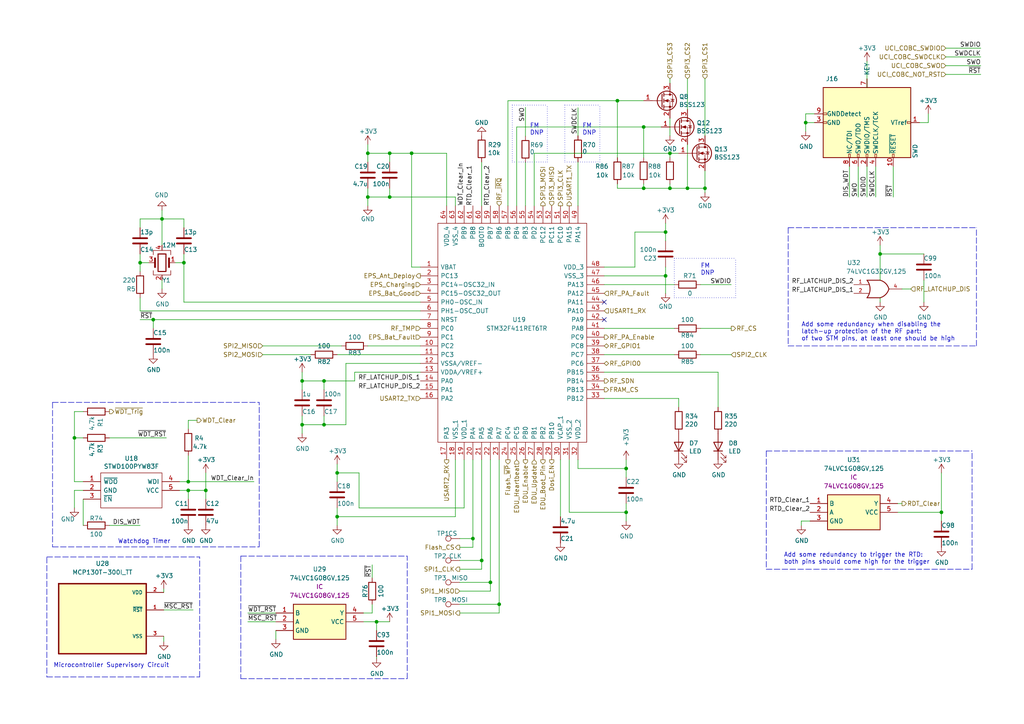
<source format=kicad_sch>
(kicad_sch (version 20211123) (generator eeschema)
  (paper "A4")
  (junction (at 273.05 148.59))
  (junction (at 181.61 135.89))
  (junction (at 137.16 156.21))
  (junction (at 97.79 149.86))
  (junction (at 194.31 44.45))
  (junction (at 54.61 139.7))
  (junction (at 40.64 76.2))
  (junction (at 21.59 127))
  (junction (at 204.47 54.61))
  (junction (at 113.03 57.15))
  (junction (at 186.69 36.83))
  (junction (at 106.68 57.15))
  (junction (at 199.39 54.61))
  (junction (at 181.61 148.59))
  (junction (at 87.63 110.49))
  (junction (at 44.45 92.71))
  (junction (at 255.27 73.66))
  (junction (at 54.61 142.24))
  (junction (at 233.68 35.56))
  (junction (at 93.98 110.49))
  (junction (at 87.63 123.19))
  (junction (at 193.04 67.31))
  (junction (at 194.31 54.61))
  (junction (at 142.24 168.91))
  (junction (at 179.07 29.21))
  (junction (at 109.22 180.34))
  (junction (at 139.7 162.56))
  (junction (at 186.69 54.61))
  (junction (at 53.34 76.2))
  (junction (at 106.68 44.45))
  (junction (at 119.38 44.45))
  (junction (at 59.69 142.24))
  (junction (at 97.79 137.16))
  (junction (at 46.99 63.5))
  (junction (at 113.03 44.45))
  (junction (at 193.04 80.01))
  (junction (at 93.98 123.19))
  (junction (at 144.78 175.26))
  (no_connect (at 175.26 92.71))
  (no_connect (at 175.26 87.63))
  (wire (pts (xy 53.34 63.5) (xy 46.99 63.5)))
  (wire (pts (xy 21.59 127) (xy 24.13 127)))
  (polyline (pts (xy 148.59 30.48) (xy 148.59 46.99)) (stroke (width 0) (type dot)))
  (wire (pts (xy 194.31 34.29) (xy 194.31 39.37)))
  (wire (pts (xy 203.2 82.55) (xy 212.09 82.55)))
  (wire (pts (xy 24.13 144.78) (xy 24.13 152.4)))
  (wire (pts (xy 71.882 177.8) (xy 80.01 177.8)))
  (wire (pts (xy 154.94 59.69) (xy 154.94 44.45)))
  (wire (pts (xy 24.13 142.24) (xy 21.59 142.24)))
  (polyline (pts (xy 13.589 161.544) (xy 57.912 161.544)))
  (wire (pts (xy 121.92 107.95) (xy 102.87 107.95)))
  (wire (pts (xy 203.2 102.87) (xy 212.09 102.87)))
  (wire (pts (xy 106.68 44.45) (xy 113.03 44.45)))
  (wire (pts (xy 133.35 175.26) (xy 144.78 175.26)))
  (wire (pts (xy 133.35 158.75) (xy 137.16 158.75)))
  (wire (pts (xy 109.22 180.34) (xy 113.03 180.34)))
  (wire (pts (xy 40.64 92.71) (xy 44.45 92.71)))
  (wire (pts (xy 21.59 142.24) (xy 21.59 147.32)))
  (wire (pts (xy 260.35 146.05) (xy 261.62 146.05)))
  (wire (pts (xy 165.1 148.59) (xy 181.61 148.59)))
  (wire (pts (xy 175.26 77.47) (xy 184.15 77.47)))
  (wire (pts (xy 109.22 182.88) (xy 109.22 180.34)))
  (wire (pts (xy 246.38 48.26) (xy 246.38 57.15)))
  (wire (pts (xy 59.69 137.16) (xy 59.69 142.24)))
  (wire (pts (xy 154.94 44.45) (xy 194.31 44.45)))
  (wire (pts (xy 248.92 57.15) (xy 248.92 48.26)))
  (wire (pts (xy 106.68 46.99) (xy 106.68 44.45)))
  (wire (pts (xy 87.63 123.19) (xy 87.63 125.73)))
  (wire (pts (xy 152.4 47.117) (xy 152.4 59.69)))
  (wire (pts (xy 71.882 180.34) (xy 80.01 180.34)))
  (wire (pts (xy 97.79 147.32) (xy 97.79 149.86)))
  (wire (pts (xy 259.08 57.15) (xy 259.08 48.26)))
  (wire (pts (xy 274.32 21.59) (xy 284.48 21.59)))
  (wire (pts (xy 233.68 35.56) (xy 236.22 35.56)))
  (wire (pts (xy 46.99 63.5) (xy 40.64 63.5)))
  (polyline (pts (xy 283.21 100.33) (xy 283.21 66.04)))
  (wire (pts (xy 194.31 22.86) (xy 194.31 24.13)))
  (wire (pts (xy 113.03 44.45) (xy 113.03 46.99)))
  (wire (pts (xy 43.18 76.2) (xy 40.64 76.2)))
  (polyline (pts (xy 163.83 30.48) (xy 163.83 46.99)) (stroke (width 0) (type dot)))
  (wire (pts (xy 134.62 133.35) (xy 134.62 147.32)))
  (wire (pts (xy 53.34 87.63) (xy 53.34 76.2)))
  (wire (pts (xy 106.68 100.33) (xy 121.92 100.33)))
  (wire (pts (xy 181.61 146.05) (xy 181.61 148.59)))
  (wire (pts (xy 175.26 80.01) (xy 193.04 80.01)))
  (wire (pts (xy 273.05 151.13) (xy 273.05 148.59)))
  (wire (pts (xy 119.38 44.45) (xy 119.38 77.47)))
  (wire (pts (xy 142.24 168.91) (xy 142.24 133.35)))
  (polyline (pts (xy 118.11 196.85) (xy 118.11 161.29)))
  (wire (pts (xy 97.79 134.62) (xy 97.79 137.16)))
  (wire (pts (xy 232.41 151.13) (xy 234.95 151.13)))
  (wire (pts (xy 139.7 165.1) (xy 133.35 165.1)))
  (polyline (pts (xy 195.58 86.36) (xy 213.36 86.36)) (stroke (width 0) (type dot)))
  (wire (pts (xy 199.39 41.91) (xy 199.39 54.61)))
  (wire (pts (xy 107.95 177.8) (xy 107.95 175.26)))
  (wire (pts (xy 129.54 59.69) (xy 129.54 44.45)))
  (wire (pts (xy 54.61 142.24) (xy 54.61 144.78)))
  (wire (pts (xy 54.61 139.7) (xy 73.66 139.7)))
  (polyline (pts (xy 173.99 46.99) (xy 173.99 30.48)) (stroke (width 0) (type dot)))
  (wire (pts (xy 167.64 31.242) (xy 167.64 39.37)))
  (wire (pts (xy 97.79 149.86) (xy 132.08 149.86)))
  (wire (pts (xy 193.04 80.01) (xy 193.04 85.09)))
  (wire (pts (xy 21.59 139.7) (xy 21.59 127)))
  (wire (pts (xy 44.45 92.71) (xy 121.92 92.71)))
  (wire (pts (xy 274.32 19.05) (xy 284.48 19.05)))
  (polyline (pts (xy 213.36 86.36) (xy 213.36 74.93)) (stroke (width 0) (type dot)))
  (wire (pts (xy 133.35 162.56) (xy 139.7 162.56)))
  (wire (pts (xy 274.32 13.97) (xy 284.48 13.97)))
  (wire (pts (xy 260.35 148.59) (xy 273.05 148.59)))
  (wire (pts (xy 87.63 107.95) (xy 87.63 110.49)))
  (wire (pts (xy 52.07 139.7) (xy 54.61 139.7)))
  (wire (pts (xy 179.07 29.21) (xy 179.07 45.72)))
  (polyline (pts (xy 163.83 30.48) (xy 173.99 30.48)) (stroke (width 0) (type dot)))
  (wire (pts (xy 232.41 152.4) (xy 232.41 151.13)))
  (wire (pts (xy 167.64 135.89) (xy 181.61 135.89)))
  (wire (pts (xy 46.99 63.5) (xy 46.99 71.12)))
  (wire (pts (xy 106.68 57.15) (xy 106.68 59.69)))
  (wire (pts (xy 255.27 71.12) (xy 255.27 73.66)))
  (wire (pts (xy 199.39 54.61) (xy 204.47 54.61)))
  (polyline (pts (xy 57.912 196.342) (xy 57.912 161.544)))
  (wire (pts (xy 273.05 148.59) (xy 273.05 137.16)))
  (wire (pts (xy 129.54 44.45) (xy 119.38 44.45)))
  (wire (pts (xy 179.07 53.34) (xy 179.07 54.61)))
  (wire (pts (xy 269.24 35.56) (xy 269.24 33.02)))
  (wire (pts (xy 106.68 57.15) (xy 106.68 54.61)))
  (wire (pts (xy 93.98 120.65) (xy 93.98 123.19)))
  (wire (pts (xy 194.31 54.61) (xy 199.39 54.61)))
  (wire (pts (xy 204.47 49.53) (xy 204.47 54.61)))
  (wire (pts (xy 100.33 105.41) (xy 100.33 123.19)))
  (wire (pts (xy 31.75 152.4) (xy 40.64 152.4)))
  (wire (pts (xy 132.08 57.15) (xy 113.03 57.15)))
  (wire (pts (xy 137.16 133.35) (xy 137.16 156.21)))
  (polyline (pts (xy 13.589 196.342) (xy 57.912 196.342)))
  (wire (pts (xy 54.61 142.24) (xy 52.07 142.24)))
  (wire (pts (xy 40.64 90.17) (xy 121.92 90.17)))
  (wire (pts (xy 236.22 33.02) (xy 233.68 33.02)))
  (polyline (pts (xy 281.94 165.1) (xy 281.94 130.81)))
  (wire (pts (xy 133.35 168.91) (xy 142.24 168.91)))
  (wire (pts (xy 87.63 113.03) (xy 87.63 110.49)))
  (wire (pts (xy 87.63 123.19) (xy 93.98 123.19)))
  (wire (pts (xy 208.28 107.95) (xy 175.26 107.95)))
  (wire (pts (xy 204.47 54.61) (xy 204.47 55.88)))
  (wire (pts (xy 105.41 177.8) (xy 107.95 177.8)))
  (polyline (pts (xy 15.24 116.713) (xy 15.24 158.623)))
  (wire (pts (xy 193.04 77.47) (xy 193.04 80.01)))
  (wire (pts (xy 44.45 92.71) (xy 44.45 95.25)))
  (wire (pts (xy 119.38 44.45) (xy 113.03 44.45)))
  (wire (pts (xy 139.7 59.69) (xy 139.7 46.99)))
  (wire (pts (xy 175.26 95.25) (xy 195.58 95.25)))
  (wire (pts (xy 102.87 110.49) (xy 93.98 110.49)))
  (polyline (pts (xy 13.589 161.671) (xy 13.589 196.342)))
  (wire (pts (xy 24.13 119.38) (xy 21.59 119.38)))
  (wire (pts (xy 87.63 110.49) (xy 93.98 110.49)))
  (polyline (pts (xy 163.83 46.99) (xy 173.99 46.99)) (stroke (width 0) (type dot)))
  (wire (pts (xy 137.16 156.21) (xy 137.16 158.75)))
  (wire (pts (xy 50.8 76.2) (xy 53.34 76.2)))
  (wire (pts (xy 40.64 76.2) (xy 40.64 73.66)))
  (wire (pts (xy 76.2 100.33) (xy 99.06 100.33)))
  (wire (pts (xy 186.69 36.83) (xy 186.69 45.72)))
  (wire (pts (xy 186.69 53.34) (xy 186.69 54.61)))
  (wire (pts (xy 255.27 73.66) (xy 267.97 73.66)))
  (wire (pts (xy 149.86 36.83) (xy 186.69 36.83)))
  (wire (pts (xy 167.64 46.99) (xy 167.64 59.69)))
  (wire (pts (xy 179.07 54.61) (xy 186.69 54.61)))
  (wire (pts (xy 97.79 149.86) (xy 97.79 152.4)))
  (wire (pts (xy 203.2 95.25) (xy 212.09 95.25)))
  (wire (pts (xy 121.92 105.41) (xy 100.33 105.41)))
  (wire (pts (xy 147.32 29.21) (xy 179.07 29.21)))
  (wire (pts (xy 233.68 33.02) (xy 233.68 35.56)))
  (polyline (pts (xy 75.184 158.623) (xy 75.184 116.713)))
  (wire (pts (xy 59.69 144.78) (xy 59.69 142.24)))
  (wire (pts (xy 255.27 86.36) (xy 255.27 87.63)))
  (wire (pts (xy 53.34 66.04) (xy 53.34 63.5)))
  (wire (pts (xy 76.2 102.87) (xy 90.17 102.87)))
  (wire (pts (xy 132.08 133.35) (xy 132.08 149.86)))
  (wire (pts (xy 181.61 148.59) (xy 181.61 151.13)))
  (wire (pts (xy 194.31 44.45) (xy 194.31 45.72)))
  (wire (pts (xy 162.56 149.86) (xy 162.56 133.35)))
  (wire (pts (xy 208.28 118.11) (xy 208.28 107.95)))
  (wire (pts (xy 53.34 87.63) (xy 121.92 87.63)))
  (wire (pts (xy 97.79 137.16) (xy 97.79 139.7)))
  (wire (pts (xy 254 57.15) (xy 254 48.26)))
  (wire (pts (xy 255.27 73.66) (xy 255.27 81.28)))
  (polyline (pts (xy 222.25 130.81) (xy 281.94 130.81)))
  (wire (pts (xy 204.47 22.86) (xy 204.47 39.37)))
  (polyline (pts (xy 148.59 30.48) (xy 158.75 30.48)) (stroke (width 0) (type dot)))
  (wire (pts (xy 46.99 81.28) (xy 46.99 83.82)))
  (polyline (pts (xy 222.25 165.1) (xy 281.94 165.1)))
  (wire (pts (xy 165.1 133.35) (xy 165.1 148.59)))
  (wire (pts (xy 233.68 38.1) (xy 233.68 35.56)))
  (wire (pts (xy 113.03 54.61) (xy 113.03 57.15)))
  (wire (pts (xy 149.86 59.69) (xy 149.86 36.83)))
  (polyline (pts (xy 15.24 158.623) (xy 75.184 158.623)))
  (polyline (pts (xy 195.58 74.93) (xy 213.36 74.93)) (stroke (width 0) (type dot)))
  (polyline (pts (xy 228.6 66.04) (xy 228.6 100.33)))
  (wire (pts (xy 147.32 59.69) (xy 147.32 29.21)))
  (wire (pts (xy 100.33 123.19) (xy 93.98 123.19)))
  (wire (pts (xy 113.03 57.15) (xy 106.68 57.15)))
  (wire (pts (xy 186.69 54.61) (xy 194.31 54.61)))
  (polyline (pts (xy 69.85 161.29) (xy 69.85 196.85)))
  (wire (pts (xy 193.04 67.31) (xy 193.04 69.85)))
  (wire (pts (xy 194.31 53.34) (xy 194.31 54.61)))
  (wire (pts (xy 251.46 57.15) (xy 251.46 48.26)))
  (wire (pts (xy 267.97 81.28) (xy 267.97 87.63)))
  (wire (pts (xy 40.64 90.17) (xy 40.64 86.36)))
  (wire (pts (xy 121.92 77.47) (xy 119.38 77.47)))
  (wire (pts (xy 87.63 120.65) (xy 87.63 123.19)))
  (wire (pts (xy 167.64 133.35) (xy 167.64 135.89)))
  (wire (pts (xy 261.62 83.82) (xy 264.16 83.82)))
  (wire (pts (xy 40.64 76.2) (xy 40.64 78.74)))
  (polyline (pts (xy 228.6 100.33) (xy 283.21 100.33)))
  (wire (pts (xy 102.87 107.95) (xy 102.87 110.49)))
  (wire (pts (xy 40.64 63.5) (xy 40.64 66.04)))
  (wire (pts (xy 186.69 36.83) (xy 191.77 36.83)))
  (wire (pts (xy 184.15 67.31) (xy 193.04 67.31)))
  (wire (pts (xy 54.61 121.92) (xy 54.61 124.46)))
  (wire (pts (xy 105.41 180.34) (xy 109.22 180.34)))
  (wire (pts (xy 21.59 119.38) (xy 21.59 127)))
  (polyline (pts (xy 69.85 161.29) (xy 118.11 161.29)))
  (wire (pts (xy 47.498 170.815) (xy 47.498 171.831)))
  (wire (pts (xy 31.75 127) (xy 48.26 127)))
  (polyline (pts (xy 158.75 46.99) (xy 158.75 30.48)) (stroke (width 0) (type dot)))
  (wire (pts (xy 133.35 177.8) (xy 144.78 177.8)))
  (wire (pts (xy 133.35 171.45) (xy 142.24 171.45)))
  (wire (pts (xy 184.15 77.47) (xy 184.15 67.31)))
  (wire (pts (xy 266.7 35.56) (xy 269.24 35.56)))
  (wire (pts (xy 196.85 118.11) (xy 196.85 115.57)))
  (wire (pts (xy 104.14 147.32) (xy 104.14 137.16)))
  (polyline (pts (xy 148.59 46.99) (xy 158.75 46.99)) (stroke (width 0) (type dot)))
  (polyline (pts (xy 195.58 74.93) (xy 195.58 86.36)) (stroke (width 0) (type dot)))
  (wire (pts (xy 47.498 184.531) (xy 47.498 186.055)))
  (wire (pts (xy 106.68 41.91) (xy 106.68 44.45)))
  (wire (pts (xy 132.08 59.69) (xy 132.08 57.15)))
  (wire (pts (xy 47.498 176.911) (xy 56.007 176.911)))
  (wire (pts (xy 175.26 102.87) (xy 195.58 102.87)))
  (wire (pts (xy 54.61 121.92) (xy 57.15 121.92)))
  (wire (pts (xy 181.61 135.89) (xy 181.61 138.43)))
  (wire (pts (xy 59.69 142.24) (xy 54.61 142.24)))
  (wire (pts (xy 144.78 175.26) (xy 144.78 133.35)))
  (polyline (pts (xy 228.6 66.04) (xy 283.21 66.04)))
  (wire (pts (xy 133.35 156.21) (xy 137.16 156.21)))
  (wire (pts (xy 97.79 102.87) (xy 121.92 102.87)))
  (wire (pts (xy 139.7 133.35) (xy 139.7 162.56)))
  (wire (pts (xy 274.32 16.51) (xy 284.48 16.51)))
  (wire (pts (xy 46.99 60.96) (xy 46.99 63.5)))
  (wire (pts (xy 175.26 82.55) (xy 195.58 82.55)))
  (wire (pts (xy 144.78 177.8) (xy 144.78 175.26)))
  (wire (pts (xy 193.04 64.77) (xy 193.04 67.31)))
  (wire (pts (xy 196.85 115.57) (xy 175.26 115.57)))
  (wire (pts (xy 21.59 139.7) (xy 24.13 139.7)))
  (wire (pts (xy 179.07 29.21) (xy 186.69 29.21)))
  (wire (pts (xy 109.22 190.5) (xy 109.22 191.008)))
  (polyline (pts (xy 69.85 196.85) (xy 118.11 196.85)))
  (wire (pts (xy 93.98 110.49) (xy 93.98 113.03)))
  (wire (pts (xy 199.39 22.86) (xy 199.39 31.75)))
  (wire (pts (xy 80.01 182.88) (xy 80.01 185.42)))
  (polyline (pts (xy 222.25 130.81) (xy 222.25 165.1)))
  (wire (pts (xy 107.95 163.83) (xy 107.95 167.64)))
  (wire (pts (xy 104.14 137.16) (xy 97.79 137.16)))
  (wire (pts (xy 251.46 17.78) (xy 251.46 25.4)))
  (wire (pts (xy 152.4 31.115) (xy 152.4 39.497)))
  (polyline (pts (xy 15.24 116.713) (xy 75.184 116.713)))
  (wire (pts (xy 139.7 162.56) (xy 139.7 165.1)))
  (wire (pts (xy 53.34 76.2) (xy 53.34 73.66)))
  (wire (pts (xy 181.61 133.35) (xy 181.61 135.89)))
  (wire (pts (xy 134.62 147.32) (xy 104.14 147.32)))
  (wire (pts (xy 54.61 132.08) (xy 54.61 139.7)))
  (wire (pts (xy 194.31 44.45) (xy 196.85 44.45)))
  (wire (pts (xy 142.24 171.45) (xy 142.24 168.91)))
  (text "Add some redundancy to trigger the RTD:\nboth pins should come high for the trigger" (at 227.33 163.83 0) (effects (font (size 1.27 1.27)) (justify left bottom)))
  (text "Microcontroller Supervisory Circuit" (at 15.494 193.802 0) (effects (font (size 1.27 1.27)) (justify left bottom)))
  (text "FM\nDNP\n" (at 168.91 39.37 0) (effects (font (size 1.27 1.27)) (justify left bottom)))
  (text "Add some redundancy when disabling the\nlatch-up protection of the RF part:\nof two STM pins, at least one should be high" (at 232.41 99.06 0) (effects (font (size 1.27 1.27)) (justify left bottom)))
  (text "Watchdog Timer" (at 34.163 157.861 0) (effects (font (size 1.27 1.27)) (justify left bottom)))
  (text "FM\nDNP\n" (at 153.67 39.37 0) (effects (font (size 1.27 1.27)) (justify left bottom)))
  (text "FM\nDNP\n" (at 203.2 80.01 0) (effects (font (size 1.27 1.27)) (justify left bottom)))
  (label "~{MSC_RST}" (at 71.882 180.34 0))
  (label "SWO" (at 284.48 19.05 180))
  (label "SWDCLK" (at 167.64 31.242 270))
  (label "SWDCLK" (at 254 57.15 90))
  (label "~{RST}" (at 259.08 57.15 90))
  (label "SWO" (at 152.4 31.115 270))
  (label "SWDIO" (at 284.48 13.97 180))
  (label "RTD_Clear_2" (at 142.24 59.69 90))
  (label "SWDIO" (at 251.46 57.15 90))
  (label "WDT_Clear_In" (at 73.66 139.7 180))
  (label "SWDCLK" (at 284.48 16.51 180))
  (label "RF_LATCHUP_DIS_2" (at 121.92 113.03 180))
  (label "~{RST}" (at 284.48 21.59 180))
  (label "~{WDT_RST}" (at 71.882 177.8 0))
  (label "RF_LATCHUP_DIS_1" (at 121.92 110.49 180))
  (label "DIS_WDT" (at 246.38 57.15 90))
  (label "~{MSC_RST}" (at 56.007 176.911 180))
  (label "DIS_WDT" (at 40.64 152.4 180))
  (label "SWDIO" (at 212.09 82.55 180))
  (label "~{WDT_RST}" (at 48.26 127 180))
  (label "~{RST}" (at 40.64 92.71 0))
  (label "SWO" (at 248.92 57.15 90))
  (label "RTD_Clear_1" (at 234.95 146.05 180))
  (label "WDT_Clear_In" (at 134.62 59.69 90))
  (label "~{RST}" (at 107.95 163.83 270))
  (label "RF_LATCHUP_DIS_1" (at 247.65 85.09 180))
  (label "RTD_Clear_2" (at 234.95 148.59 180))
  (label "RF_LATCHUP_DIS_2" (at 247.65 82.55 180))
  (label "RTD_Clear_1" (at 137.16 59.69 90))
  (hierarchical_label "~{WDT_Trig}" (shape output) (at 31.75 119.38 0))
  (hierarchical_label "EDU_Boot_Pin" (shape output) (at 157.48 133.35 270))
  (hierarchical_label "EPS_Bat_Good" (shape input) (at 121.92 85.09 180))
  (hierarchical_label "FRAM_CS" (shape output) (at 175.26 113.03 0))
  (hierarchical_label "EPS_Charging" (shape input) (at 121.92 82.55 180))
  (hierarchical_label "RF_PA_Enable" (shape output) (at 175.26 97.79 0))
  (hierarchical_label "EDU_Enable" (shape output) (at 152.4 133.35 270))
  (hierarchical_label "SPI3_CLK" (shape output) (at 162.56 59.69 90))
  (hierarchical_label "SPI3_MISO" (shape input) (at 160.02 59.69 90))
  (hierarchical_label "SPI2_MISO" (shape input) (at 76.2 100.33 180))
  (hierarchical_label "RF_SDN" (shape output) (at 175.26 110.49 0))
  (hierarchical_label "RF_GPIO0" (shape bidirectional) (at 175.26 105.41 0))
  (hierarchical_label "USART1_TX" (shape output) (at 165.1 59.69 90))
  (hierarchical_label "RF_TMP" (shape input) (at 121.92 95.25 180))
  (hierarchical_label "Flash_CS" (shape output) (at 133.35 158.75 180))
  (hierarchical_label "RF_LATCHUP_DIS" (shape input) (at 264.16 83.82 0))
  (hierarchical_label "SPI2_MOSI" (shape input) (at 76.2 102.87 180))
  (hierarchical_label "Dosi_EN" (shape output) (at 160.02 133.35 270))
  (hierarchical_label "RF_CS" (shape output) (at 212.09 95.25 0))
  (hierarchical_label "UCI_COBC_NOT_RST" (shape input) (at 274.32 21.59 180))
  (hierarchical_label "EDU_Heartbeat" (shape input) (at 149.86 133.35 270))
  (hierarchical_label "SPI3_CS2" (shape input) (at 199.39 22.86 90))
  (hierarchical_label "Flash_~{WP}" (shape output) (at 147.32 133.35 270))
  (hierarchical_label "UCI_COBC_SWDCLK" (shape input) (at 274.32 16.51 180))
  (hierarchical_label "USART2_TX" (shape input) (at 121.92 115.57 180))
  (hierarchical_label "RF_GPIO1" (shape bidirectional) (at 175.26 100.33 0))
  (hierarchical_label "SPI3_MOSI" (shape output) (at 157.48 59.69 90))
  (hierarchical_label "RF_PA_Fault" (shape input) (at 175.26 85.09 0))
  (hierarchical_label "USART1_RX" (shape input) (at 175.26 90.17 0))
  (hierarchical_label "SPI2_CLK" (shape input) (at 212.09 102.87 0))
  (hierarchical_label "UCI_COBC_SWO" (shape input) (at 274.32 19.05 180))
  (hierarchical_label "EDU_Update" (shape input) (at 154.94 133.35 270))
  (hierarchical_label "EPS_Bat_Fault" (shape input) (at 121.92 97.79 180))
  (hierarchical_label "SPI1_MISO" (shape input) (at 133.35 171.45 180))
  (hierarchical_label "EPS_Ant_Deploy" (shape output) (at 121.92 80.01 180))
  (hierarchical_label "SPI1_MOSI" (shape output) (at 133.35 177.8 180))
  (hierarchical_label "SPI1_CLK" (shape output) (at 133.35 165.1 180))
  (hierarchical_label "SPI3_CS1" (shape input) (at 204.47 22.86 90))
  (hierarchical_label "UCI_COBC_SWDIO" (shape input) (at 274.32 13.97 180))
  (hierarchical_label "RF_~{IRQ}" (shape input) (at 144.78 59.69 90))
  (hierarchical_label "WDT_Clear" (shape output) (at 57.15 121.92 0))
  (hierarchical_label "SPI3_CS3" (shape input) (at 194.31 22.86 90))
  (hierarchical_label "USART2_RX" (shape output) (at 129.54 133.35 270))
  (hierarchical_label "RDT_Clear" (shape output) (at 261.62 146.05 0))
  (symbol (lib_id "STS1_COBC_V2-rescue:STM32F411RET6TR-STM32F411RET6TR") (at 121.92 77.47 0) (unit 1)
    (property "Reference" "U19" (at 148.59 92.71 0) (effects (justify left)))
    (property "Value" "STM32F411RET6TR" (at 140.97 95.25 0) (effects (justify left)))
    (property "Footprint" "STSLib:QFP50P1200X1200X160-64N" (effects hide))
    (property "Datasheet" "https://www.st.com/resource/en/datasheet/stm32f411re.pdf" (effects hide))
    (property "Description" "ARM Microcontrollers - MCU High-performance access line, ARM Cortex-M4 core with DSP and FPU, 512 Kbytes Flash, 100 MHz CPU, ART Accelerator" (effects hide))
    (property "Height" "1.6" (effects hide))
    (property "Manufacturer_Name" "STMicroelectronics" (effects hide))
    (property "Manufacturer_Part_Number" "STM32F411RET6TR" (effects hide))
    (property "Mouser Part Number" "511-STM32F411RET6TR" (effects hide))
    (property "Mouser Price/Stock" "https://www.mouser.co.uk/ProductDetail/STMicroelectronics/STM32F411RET6TR?qs=BA62vJVifGpaf6czDatkOw%3D%3D" (effects hide))
    (property "Arrow Part Number" "STM32F411RET6TR" (effects hide))
    (property "Arrow Price/Stock" "https://www.arrow.com/en/products/stm32f411ret6tr/stmicroelectronics" (effects hide))
    (property "JLCPCB Part #" "C2054397" (effects hide))
  )
  (symbol (lib_id "Device:C") (at 162.56 153.67 0) (unit 1)
    (property "Reference" "C21" (at 162.56 156.21 0) (effects (justify left)))
    (property "Value" "4.7u" (at 162.56 151.13 0) (effects (justify left)))
    (property "Footprint" "Capacitor_SMD:C_0603_1608Metric" (effects hide))
    (property "JLCPCB Part #" "C5969198" (effects hide))
    (property "Manufacturer_Part_Number" "CL10A475KP8NNWC " (effects hide))
  )
  (symbol (lib_id "Device:C") (at 113.03 50.8 180) (unit 1)
    (property "Reference" "C20" (at 113.03 48.26 0) (effects (justify left)))
    (property "Value" "100n" (at 113.03 53.34 0) (effects (justify left)))
    (property "Footprint" "Capacitor_SMD:C_0603_1608Metric" (effects hide))
    (property "JLCPCB Part #" "C1591" (effects hide))
    (property "Manufacturer_Part_Number" "CL10B104KB8NNNC " (effects hide))
  )
  (symbol (lib_id "Device:C") (at 193.04 73.66 0) (unit 1)
    (property "Reference" "C23" (at 190.5 74.93 0) (effects (justify right)))
    (property "Value" "100n" (at 190.5 72.39 0) (effects (justify right)))
    (property "Footprint" "Capacitor_SMD:C_0603_1608Metric" (effects hide))
    (property "JLCPCB Part #" "C1591" (effects hide))
    (property "Manufacturer_Part_Number" "CL10B104KB8NNNC " (effects hide))
  )
  (symbol (lib_id "Device:C") (at 181.61 142.24 0) (unit 1)
    (property "Reference" "C22" (at 181.61 139.7 0) (effects (justify left)))
    (property "Value" "100n" (at 181.61 144.78 0) (effects (justify left)))
    (property "Footprint" "Capacitor_SMD:C_0603_1608Metric" (effects hide))
    (property "JLCPCB Part #" "C1591" (effects hide))
    (property "Manufacturer_Part_Number" "CL10B104KB8NNNC " (effects hide))
  )
  (symbol (lib_id "Device:C") (at 97.79 143.51 180) (unit 1)
    (property "Reference" "C18" (at 97.79 140.97 0) (effects (justify right)))
    (property "Value" "100n" (at 97.79 146.05 0) (effects (justify right)))
    (property "Footprint" "Capacitor_SMD:C_0603_1608Metric" (effects hide))
    (property "JLCPCB Part #" "C1591" (effects hide))
    (property "Manufacturer_Part_Number" "CL10B104KB8NNNC " (effects hide))
  )
  (symbol (lib_id "Device:R") (at 40.64 82.55 180) (unit 1)
    (property "Reference" "R5" (at 39.37 83.82 0) (effects (justify left)))
    (property "Value" "220" (at 39.37 81.28 0) (effects (justify left)))
    (property "Footprint" "Resistor_SMD:R_0603_1608Metric" (effects hide))
    (property "JLCPCB Part #" "C4257599" (effects hide))
    (property "Manufacturer_Part_Number" "ERJ-H3EF2200V" (effects hide))
  )
  (symbol (lib_id "Device:C") (at 93.98 116.84 180) (unit 1)
    (property "Reference" "C17" (at 93.98 119.38 0) (effects (justify right)))
    (property "Value" "100n" (at 93.98 114.3 0) (effects (justify right)))
    (property "Footprint" "Capacitor_SMD:C_0603_1608Metric" (effects hide))
    (property "JLCPCB Part #" "C1591" (effects hide))
    (property "Manufacturer_Part_Number" "CL10B104KB8NNNC " (effects hide))
  )
  (symbol (lib_id "Device:C") (at 53.34 69.85 0) (unit 1)
    (property "Reference" "C13" (at 53.34 72.39 0) (effects (justify left)))
    (property "Value" "13p" (at 53.34 67.31 0) (effects (justify left)))
    (property "Footprint" "Capacitor_SMD:C_0603_1608Metric" (effects hide))
  )
  (symbol (lib_id "Device:C") (at 40.64 69.85 0) (unit 1)
    (property "Reference" "C14" (at 40.64 72.39 0) (effects (justify left)))
    (property "Value" "13p" (at 40.64 67.31 0) (effects (justify left)))
    (property "Footprint" "Capacitor_SMD:C_0603_1608Metric" (effects hide))
  )
  (symbol (lib_id "power:GND") (at 46.99 83.82 0) (unit 1)
    (property "Reference" "#PWR051" (effects hide))
    (property "Value" "GND" (at 47.117 88.2142 0))
  )
  (symbol (lib_id "Device:C") (at 106.68 50.8 180) (unit 1)
    (property "Reference" "C19" (at 106.68 48.26 0) (effects (justify left)))
    (property "Value" "4.7u" (at 106.68 53.34 0) (effects (justify left)))
    (property "Footprint" "Capacitor_SMD:C_0603_1608Metric" (effects hide))
    (property "JLCPCB Part #" "C5969198" (effects hide))
    (property "Manufacturer_Part_Number" "CL10A475KP8NNWC " (effects hide))
  )
  (symbol (lib_id "Device:C") (at 87.63 116.84 0) (unit 1)
    (property "Reference" "C16" (at 87.63 119.38 0) (effects (justify left)))
    (property "Value" "1u" (at 87.63 114.3 0) (effects (justify left)))
    (property "Footprint" "Capacitor_SMD:C_0603_1608Metric" (effects hide))
    (property "JLCPCB Part #" "C307479" (effects hide))
    (property "Manufacturer_Part_Number" "CL10B105KA8NFNC " (effects hide))
  )
  (symbol (lib_id "power:GND") (at 193.04 85.09 0) (unit 1)
    (property "Reference" "#PWR073" (effects hide))
    (property "Value" "GND" (at 193.04 88.9 0))
  )
  (symbol (lib_id "power:GND") (at 181.61 151.13 0) (unit 1)
    (property "Reference" "#PWR068" (effects hide))
    (property "Value" "GND" (at 181.737 155.5242 0))
  )
  (symbol (lib_id "power:GND") (at 162.56 157.48 0) (unit 1)
    (property "Reference" "#PWR066" (effects hide))
    (property "Value" "GND" (at 162.687 161.8742 0))
  )
  (symbol (lib_id "Device:R") (at 27.94 127 90) (unit 1)
    (property "Reference" "R3" (at 29.1084 128.778 0) (effects (justify right)))
    (property "Value" "4.7k" (at 26.67 128.27 0) (effects (justify right)))
    (property "Footprint" "Resistor_SMD:R_0603_1608Metric" (effects hide))
    (property "JLCPCB Part #" "C4343266" (effects hide))
    (property "Manufacturer_Part_Number" "ERJ-H3EF4701V" (effects hide))
  )
  (symbol (lib_id "SamacSys_Parts:STWD100PYW83F") (at 24.13 139.7 0) (unit 1)
    (property "Reference" "U18" (at 38.1 132.969 0))
    (property "Value" "STWD100PYW83F" (at 38.1 135.2804 0))
    (property "Footprint" "SamacSys_Parts:SOT65P210X110-5N" (effects hide))
    (property "Datasheet" "http://uk.rs-online.com/web/p/products/8291513P" (effects hide))
    (property "Description" "STMicroelectronics STWD100PYW83F, Watchdog Timer, 2.7  5.5 V, 5-Pin SOT-323" (effects hide))
    (property "Height" "1.1" (effects hide))
    (property "RS Part Number" "8291513P" (effects hide))
    (property "RS Price/Stock" "http://uk.rs-online.com/web/p/products/8291513P" (effects hide))
    (property "Manufacturer_Name" "STMicroelectronics" (effects hide))
    (property "Manufacturer_Part_Number" "STWD100PYW83F" (effects hide))
    (property "JLCPCB Part #" "C155589" (effects hide))
  )
  (symbol (lib_id "power:GND") (at 21.59 147.32 0) (unit 1)
    (property "Reference" "#PWR045" (effects hide))
    (property "Value" "GND" (at 21.717 150.5712 0) (effects (justify right)))
  )
  (symbol (lib_id "Device:C") (at 54.61 148.59 0) (unit 1)
    (property "Reference" "C11" (at 54.61 146.05 0) (effects (justify right)))
    (property "Value" "100n" (at 54.61 151.13 0) (effects (justify right)))
    (property "Footprint" "Capacitor_SMD:C_0603_1608Metric" (effects hide))
    (property "JLCPCB Part #" "C1591" (effects hide))
    (property "Manufacturer_Part_Number" "CL10B104KB8NNNC " (effects hide))
  )
  (symbol (lib_id "Device:C") (at 59.69 148.59 0) (unit 1)
    (property "Reference" "C12" (at 59.69 146.05 0) (effects (justify left)))
    (property "Value" "47u" (at 59.69 151.13 0) (effects (justify left)))
    (property "Footprint" "Capacitor_SMD:C_0603_1608Metric" (effects hide))
    (property "JLCPCB Part #" "C730416" (effects hide))
    (property "Manufacturer_Part_Number" "CL10A476MQ8QRNC " (effects hide))
  )
  (symbol (lib_id "power:GND") (at 59.69 152.4 0) (unit 1)
    (property "Reference" "#PWR050" (effects hide))
    (property "Value" "GND" (at 59.817 156.7942 0))
  )
  (symbol (lib_id "power:GND") (at 54.61 152.4 0) (unit 1)
    (property "Reference" "#PWR047" (effects hide))
    (property "Value" "GND" (at 54.737 156.7942 0))
  )
  (symbol (lib_id "Device:C") (at 44.45 99.06 180) (unit 1)
    (property "Reference" "C15" (at 44.45 96.52 0) (effects (justify right)))
    (property "Value" "100n" (at 44.45 101.6 0) (effects (justify right)))
    (property "Footprint" "Capacitor_SMD:C_0603_1608Metric" (effects hide))
    (property "JLCPCB Part #" "C1591" (effects hide))
    (property "Manufacturer_Part_Number" "CL10B104KB8NNNC " (effects hide))
  )
  (symbol (lib_id "power:GND") (at 44.45 102.87 0) (unit 1)
    (property "Reference" "#PWR057" (effects hide))
    (property "Value" "GND" (at 44.577 107.2642 0))
  )
  (symbol (lib_id "power:+3V3") (at 193.04 64.77 0) (unit 1)
    (property "Reference" "#PWR071" (effects hide))
    (property "Value" "+3V3" (at 193.04 60.96 0))
  )
  (symbol (lib_id "power:+3V3") (at 181.61 133.35 0) (unit 1)
    (property "Reference" "#PWR072" (effects hide))
    (property "Value" "+3V3" (at 181.61 129.54 90) (effects (justify left)))
  )
  (symbol (lib_id "Connector:Conn_ARM_JTAG_SWD_10") (at 251.46 35.56 270) (unit 1)
    (property "Reference" "J16" (at 241.3 22.86 90))
    (property "Value" "SWD" (at 265.43 43.815 0))
    (property "Footprint" "STS_connector:SAMTEC_FTSH-105-01-X-DH-A" (effects hide))
    (property "Datasheet" "http://infocenter.arm.com/help/topic/com.arm.doc.ddi0314h/DDI0314H_coresight_components_trm.pdf" (effects hide))
  )
  (symbol (lib_id "power:GND") (at 233.68 38.1 0) (unit 1)
    (property "Reference" "#PWR049" (effects hide))
    (property "Value" "GND" (at 233.807 42.4942 0))
  )
  (symbol (lib_id "power:+3V3") (at 269.24 33.02 0) (unit 1)
    (property "Reference" "#PWR055" (effects hide))
    (property "Value" "+3V3" (at 269.24 29.21 0))
  )
  (symbol (lib_id "Device:Crystal_GND24") (at 46.99 76.2 180) (unit 1)
    (property "Reference" "Y1" (at 46.99 81.28 0) (effects (justify right)))
    (property "Value" "12M" (at 46.99 71.12 0) (effects (justify right)))
    (property "Footprint" "Crystal:Crystal_SMD_5032-4Pin_5.0x3.2mm" (effects hide))
    (property "JLCPCB Part #" "C1986181" (effects hide))
    (property "Manufacturer_Part_Number" "405C35B12M00000 " (effects hide))
  )
  (symbol (lib_id "Device:Q_NMOS_GSD") (at 201.93 44.45 0) (unit 1)
    (property "Reference" "Q13" (at 207.1116 43.2816 0) (effects (justify left)))
    (property "Value" "BSS123" (at 207.1116 45.593 0) (effects (justify left)))
    (property "Footprint" "Package_TO_SOT_SMD:SOT-23" (effects hide))
    (property "Manufacturer_Part_Number" "BSS123N H6327" (effects hide))
    (property "JLCPCB Part #" "C534594" (effects hide))
  )
  (symbol (lib_id "power:GND") (at 255.27 87.63 0) (unit 1)
    (property "Reference" "#PWR067" (effects hide))
    (property "Value" "GND" (at 255.397 92.0242 0))
  )
  (symbol (lib_id "power:GND") (at 267.97 87.63 0) (unit 1)
    (property "Reference" "#PWR070" (effects hide))
    (property "Value" "GND" (at 268.097 92.0242 0))
  )
  (symbol (lib_id "Connector:TestPoint") (at 133.35 175.26 90) (unit 1) (in_bom no)
    (property "Reference" "TP8" (at 129.54 173.99 90) (effects (justify left)))
    (property "Value" "MOSI" (at 133.35 173.99 90))
    (property "Footprint" "STS1library:STS1_Testpoint" (effects hide))
  )
  (symbol (lib_id "Device:R") (at 199.39 95.25 270) (unit 1)
    (property "Reference" "R84" (at 199.39 97.282 90))
    (property "Value" "100" (at 199.39 92.71 90))
    (property "Footprint" "Resistor_SMD:R_0603_1608Metric" (effects hide))
    (property "JLCPCB Part #" "C2074896" (effects hide))
    (property "Manufacturer_Part_Number" "CRS0603AFX-1000ELF" (effects hide))
  )
  (symbol (lib_id "power:GND") (at 204.47 55.88 0) (unit 1)
    (property "Reference" "#PWR084" (effects hide))
    (property "Value" "GND" (at 204.47 59.69 0))
  )
  (symbol (lib_id "STS1_COBC_V2-rescue:74LVC1G08GV,125") (at 80.01 177.8 0) (unit 1)
    (property "Reference" "U29" (at 92.71 165.1 0))
    (property "Value" "74LVC1G08GV,125" (at 92.71 167.64 0))
    (property "Footprint" "STSLib:SOT95P275X110-5N" (effects hide))
    (property "Reference_1" "IC" (at 92.71 170.18 0))
    (property "Value_1" "74LVC1G08GV,125" (at 92.71 172.72 0))
    (property "Footprint_1" "SOT95P275X110-5N" (effects hide))
    (property "Datasheet_1" "https://assets.nexperia.com/documents/data-sheet/74LVC1G08.pdf" (effects hide))
    (property "Height" "1.1" (effects hide))
    (property "Mouser Part Number" "771-74LVC1G08GV" (effects hide))
    (property "Mouser Price/Stock" "https://www.mouser.co.uk/ProductDetail/Nexperia/74LVC1G08GV125?qs=me8TqzrmIYXEnurJEPZc7A%3D%3D" (effects hide))
    (property "Manufacturer_Name" "Nexperia" (effects hide))
    (property "Manufacturer_Part_Number" "74LVC1G08GV,125" (effects hide))
    (property "JLCPCB Part #" "C282347" (effects hide))
  )
  (symbol (lib_id "power:+3V3") (at 255.27 71.12 0) (unit 1)
    (property "Reference" "#PWR065" (effects hide))
    (property "Value" "+3V3" (at 252.73 67.31 0) (effects (justify left)))
  )
  (symbol (lib_id "power:GND") (at 196.85 133.35 0) (unit 1)
    (property "Reference" "#PWR0107" (effects hide))
    (property "Value" "GND" (at 196.977 137.7442 0))
  )
  (symbol (lib_id "STS1_COBC_V2-rescue:MCP130T-300I_TT") (at 29.718 179.451 0) (unit 1)
    (property "Reference" "U28" (at 29.718 163.449 0))
    (property "Value" "MCP130T-300I_TT" (at 29.718 165.989 0))
    (property "Footprint" "Package_TO_SOT_SMD:SOT-23-3" (effects hide))
    (property "MF" "Microchip" (effects hide))
    (property "RS_Components_7386465_Purchase_URL" "https://www.snapeda.com/api/url_track_click/https%253A//uk.rs-online.com/web/p/voltage-supervisors/7386465//%253Futm_campaign%253Dbuynow%2526utm_medium%253Daggregator%2526utm_source%253Dsnapeda%2526cm_mmc%253Daff-_-uk-_-snapeda-_-7386465/?unipart_id=12200&manufacturer=Microchip&part_name=MCP130T-300I/TT&search_term= mcp130t-300i/tt" (effects hide))
    (property "Description" "Pwr Sply Func,Voltage Supervisor,SOT-23,VS 1 to 5.5V,IS 45uA,VO -0.6 to +6.5V | Microchip Technology Inc. MCP130T-300I/TT" (effects hide))
    (property "Package" "SOT-23 Microchip" (effects hide))
    (property "RS_Components_1653308_Purchase_URL" "https://www.snapeda.com/api/url_track_click/https%253A//uk.rs-online.com/web/p/voltage-supervisors/1653308//%253Futm_campaign%253Dbuynow%2526utm_medium%253Daggregator%2526utm_source%253Dsnapeda%2526cm_mmc%253Daff-_-uk-_-snapeda-_-1653308/?unipart_id=12200&manufacturer=Microchip&part_name=MCP130T-300I/TT&search_term= mcp130t-300i/tt" (effects hide))
    (property "RS_Components_7386465P_Purchase_URL" "https://www.snapeda.com/api/url_track_click/https%253A//uk.rs-online.com/web/p/voltage-supervisors/7386465p//%253Futm_campaign%253Dbuynow%2526utm_medium%253Daggregator%2526utm_source%253Dsnapeda%2526cm_mmc%253Daff-_-uk-_-snapeda-_-7386465P/?unipart_id=12200&manufacturer=Microchip&part_name=MCP130T-300I/TT&search_term= mcp130t-300i/tt" (effects hide))
    (property "SnapEDA_Link" "https://www.snapeda.com/parts/MCP130T-300I/TT/Microchip/view-part/?ref=snap" (effects hide))
    (property "MP" "MCP130T-300I/TT" (effects hide))
    (property "Purchase-URL" "https://www.snapeda.com/api/url_track_click_mouser/?unipart_id=12200&manufacturer=Microchip&part_name=MCP130T-300I/TT&search_term= mcp130t-300i/tt" (effects hide))
    (property "Check_prices" "https://www.snapeda.com/parts/MCP130T-300I/TT/Microchip/view-part/?ref=eda" (effects hide))
    (property "Manufacturer_Part_Number" "MCP130T-300I/TT" (effects hide))
    (property "JLCPCB Part #" "C410526" (effects hide))
  )
  (symbol (lib_id "74xGxx:74LVC1G32") (at 255.27 83.82 0) (unit 1)
    (property "Reference" "U32" (at 247.65 76.2 0))
    (property "Value" "74LVC1G32GV,125 " (at 254.635 78.74 0))
    (property "Footprint" "STSLib:SOT95P275X110-5N" (effects hide))
    (property "Datasheet" "http://www.ti.com/lit/sg/scyt129e/scyt129e.pdf" (effects hide))
    (property "JLCPCB Part #" "C12517" (effects hide))
    (property "Manufacturer_Part_Number" "74LVC1G32GV,125 " (effects hide))
  )
  (symbol (lib_id "power:+3V3") (at 97.79 134.62 0) (unit 1)
    (property "Reference" "#PWR0112" (effects hide))
    (property "Value" "+3V3" (at 95.25 130.81 0) (effects (justify left)))
  )
  (symbol (lib_id "Device:C") (at 109.22 186.69 180) (unit 1)
    (property "Reference" "C93" (at 109.22 184.15 0) (effects (justify right)))
    (property "Value" "100n" (at 109.22 189.23 0) (effects (justify right)))
    (property "Footprint" "Capacitor_SMD:C_0603_1608Metric" (effects hide))
    (property "JLCPCB Part #" "C1591" (effects hide))
    (property "Manufacturer_Part_Number" "CL10B104KB8NNNC " (effects hide))
  )
  (symbol (lib_id "power:GND") (at 106.68 59.69 0) (unit 1)
    (property "Reference" "#PWR0115" (effects hide))
    (property "Value" "GND" (at 106.68 63.5 0))
  )
  (symbol (lib_id "Device:R") (at 208.28 121.92 0) (unit 1)
    (property "Reference" "R35" (at 210.058 120.7516 0) (effects (justify left)))
    (property "Value" "220" (at 210.058 123.063 0) (effects (justify left)))
    (property "Footprint" "Resistor_SMD:R_0603_1608Metric" (effects hide))
    (property "JLCPCB Part #" "C4257599" (effects hide))
    (property "Manufacturer_Part_Number" "ERJ-H3EF2200V" (effects hide))
  )
  (symbol (lib_id "power:+3V3") (at 251.46 17.78 0) (unit 1)
    (property "Reference" "#PWR0192" (effects hide))
    (property "Value" "+3V3" (at 251.46 13.97 0))
  )
  (symbol (lib_id "power:+3V3") (at 47.498 170.815 0) (unit 1)
    (property "Reference" "#PWR059" (effects hide))
    (property "Value" "+3V3" (at 44.958 167.005 0) (effects (justify left)))
  )
  (symbol (lib_id "power:+3V3") (at 273.05 137.16 0) (unit 1)
    (property "Reference" "#PWR0194" (effects hide))
    (property "Value" "+3V3" (at 270.51 133.35 0) (effects (justify left)))
  )
  (symbol (lib_id "Device:LED") (at 208.28 129.54 90) (unit 1)
    (property "Reference" "D8" (at 211.2772 128.5494 90) (effects (justify right)))
    (property "Value" "LED" (at 211.2772 130.8608 90) (effects (justify right)))
    (property "Footprint" "LED_SMD:LED_0805_2012Metric" (effects hide))
    (property "Manufacturer_Part_Number" "598-8160-107F " (effects hide))
  )
  (symbol (lib_id "power:+3V3") (at 87.63 107.95 0) (unit 1)
    (property "Reference" "#PWR0111" (effects hide))
    (property "Value" "+3V3" (at 85.09 104.14 0) (effects (justify left)))
  )
  (symbol (lib_id "power:GND") (at 47.498 186.055 0) (unit 1)
    (property "Reference" "#PWR060" (effects hide))
    (property "Value" "GND" (at 47.625 190.4492 0))
  )
  (symbol (lib_id "Device:R") (at 152.4 43.307 180) (unit 1) (in_bom no)
    (property "Reference" "R69" (at 157.607 42.037 0) (effects (justify left)))
    (property "Value" "0" (at 155.067 44.069 0) (effects (justify left)))
    (property "Footprint" "Resistor_SMD:R_0603_1608Metric" (effects hide))
    (property "JLCPCB Part #" "C4117710" (effects hide))
    (property "Manufacturer_Part_Number" "ERJ-H3G0R00V" (effects hide))
  )
  (symbol (lib_id "power:GND") (at 232.41 152.4 0) (unit 1)
    (property "Reference" "#PWR0193" (effects hide))
    (property "Value" "GND" (at 232.537 156.7942 0))
  )
  (symbol (lib_id "power:GND") (at 208.28 133.35 0) (unit 1)
    (property "Reference" "#PWR0108" (effects hide))
    (property "Value" "GND" (at 208.407 137.7442 0))
  )
  (symbol (lib_id "Device:R") (at 107.95 171.45 180) (unit 1)
    (property "Reference" "R76" (at 105.918 171.45 90))
    (property "Value" "100" (at 110.49 171.45 90))
    (property "Footprint" "Resistor_SMD:R_0603_1608Metric" (effects hide))
    (property "JLCPCB Part #" "C2074896" (effects hide))
    (property "Manufacturer_Part_Number" "CRS0603AFX-1000ELF" (effects hide))
  )
  (symbol (lib_id "Device:Q_NMOS_GSD") (at 191.77 29.21 0) (unit 1)
    (property "Reference" "Q8" (at 196.9516 28.0416 0) (effects (justify left)))
    (property "Value" "BSS123" (at 196.9516 30.353 0) (effects (justify left)))
    (property "Footprint" "Package_TO_SOT_SMD:SOT-23" (effects hide))
    (property "Manufacturer_Part_Number" "BSS123N H6327" (effects hide))
    (property "JLCPCB Part #" "C534594" (effects hide))
  )
  (symbol (lib_id "Device:C") (at 273.05 154.94 180) (unit 1)
    (property "Reference" "C98" (at 273.05 152.4 0) (effects (justify right)))
    (property "Value" "100n" (at 273.05 157.48 0) (effects (justify right)))
    (property "Footprint" "Capacitor_SMD:C_0603_1608Metric" (effects hide))
    (property "JLCPCB Part #" "C1591" (effects hide))
    (property "Manufacturer_Part_Number" "CL10B104KB8NNNC " (effects hide))
  )
  (symbol (lib_id "Device:R") (at 199.39 82.55 270) (unit 1)
    (property "Reference" "R71" (at 198.12 80.01 90) (effects (justify left)))
    (property "Value" "0" (at 199.39 85.09 90) (effects (justify left)))
    (property "Footprint" "Resistor_SMD:R_0603_1608Metric" (effects hide))
    (property "JLCPCB Part #" "C4117710" (effects hide))
    (property "Manufacturer_Part_Number" "ERJ-H3G0R00V" (effects hide))
  )
  (symbol (lib_id "power:+3V3") (at 59.69 137.16 0) (unit 1)
    (property "Reference" "#PWR0110" (effects hide))
    (property "Value" "+3V3" (at 57.15 133.35 0) (effects (justify left)))
  )
  (symbol (lib_id "Device:R") (at 102.87 100.33 270) (unit 1)
    (property "Reference" "R83" (at 102.87 102.362 90))
    (property "Value" "100" (at 102.87 97.79 90))
    (property "Footprint" "Resistor_SMD:R_0603_1608Metric" (effects hide))
    (property "JLCPCB Part #" "C2074896" (effects hide))
    (property "Manufacturer_Part_Number" "CRS0603AFX-1000ELF" (effects hide))
  )
  (symbol (lib_id "Device:R") (at 167.64 43.18 180) (unit 1)
    (property "Reference" "R70" (at 172.847 42.037 0) (effects (justify left)))
    (property "Value" "0" (at 170.307 43.942 0) (effects (justify left)))
    (property "Footprint" "Resistor_SMD:R_0603_1608Metric" (effects hide))
    (property "JLCPCB Part #" "C4117710" (effects hide))
    (property "Manufacturer_Part_Number" "ERJ-H3G0R00V" (effects hide))
  )
  (symbol (lib_id "power:GND") (at 87.63 125.73 0) (unit 1)
    (property "Reference" "#PWR0113" (effects hide))
    (property "Value" "GND" (at 87.757 130.1242 0))
  )
  (symbol (lib_id "power:GND") (at 139.7 39.37 180) (unit 1)
    (property "Reference" "#PWR017" (effects hide))
    (property "Value" "GND" (at 139.7 35.56 0))
  )
  (symbol (lib_id "Device:R") (at 27.94 119.38 90) (unit 1)
    (property "Reference" "R1" (at 29.1084 121.158 0) (effects (justify right)))
    (property "Value" "4.7k" (at 26.67 120.65 0) (effects (justify right)))
    (property "Footprint" "Resistor_SMD:R_0603_1608Metric" (effects hide))
    (property "JLCPCB Part #" "C4343266" (effects hide))
    (property "Manufacturer_Part_Number" "ERJ-H3EF4701V" (effects hide))
  )
  (symbol (lib_id "Device:R") (at 27.94 152.4 90) (unit 1)
    (property "Reference" "R74" (at 27.94 150.368 90))
    (property "Value" "100" (at 27.94 154.94 90))
    (property "Footprint" "Resistor_SMD:R_0603_1608Metric" (effects hide))
    (property "JLCPCB Part #" "C2074896" (effects hide))
    (property "Manufacturer_Part_Number" "CRS0603AFX-1000ELF" (effects hide))
  )
  (symbol (lib_id "Device:R") (at 194.31 49.53 0) (unit 1)
    (property "Reference" "R88" (at 191.77 48.26 0) (effects (justify right)))
    (property "Value" "10k" (at 191.77 50.8 0) (effects (justify right)))
    (property "Footprint" "Resistor_SMD:R_0603_1608Metric" (effects hide))
    (property "JLCPCB Part #" "C4297913" (effects hide))
    (property "Manufacturer_Part_Number" "ERJ-H3EF1002V" (effects hide))
  )
  (symbol (lib_id "Device:R") (at 139.7 43.18 0) (unit 1)
    (property "Reference" "R29" (at 141.478 42.0116 0) (effects (justify left)))
    (property "Value" "10k" (at 141.478 44.323 0) (effects (justify left)))
    (property "Footprint" "Resistor_SMD:R_0603_1608Metric" (effects hide))
    (property "JLCPCB Part #" "C4297913" (effects hide))
    (property "Manufacturer_Part_Number" "ERJ-H3EF1002V" (effects hide))
  )
  (symbol (lib_id "Device:R") (at 179.07 49.53 0) (unit 1)
    (property "Reference" "R86" (at 176.53 48.26 0) (effects (justify right)))
    (property "Value" "10k" (at 176.53 50.8 0) (effects (justify right)))
    (property "Footprint" "Resistor_SMD:R_0603_1608Metric" (effects hide))
    (property "JLCPCB Part #" "C4297913" (effects hide))
    (property "Manufacturer_Part_Number" "ERJ-H3EF1002V" (effects hide))
  )
  (symbol (lib_id "STS1_COBC_V2-rescue:74LVC1G08GV,125") (at 234.95 146.05 0) (unit 1)
    (property "Reference" "U31" (at 247.65 133.35 0))
    (property "Value" "74LVC1G08GV,125" (at 247.65 135.89 0))
    (property "Footprint" "STSLib:SOT95P275X110-5N" (effects hide))
    (property "Reference_1" "IC" (at 247.65 138.43 0))
    (property "Value_1" "74LVC1G08GV,125" (at 247.65 140.97 0))
    (property "Footprint_1" "SOT95P275X110-5N" (effects hide))
    (property "Datasheet_1" "https://assets.nexperia.com/documents/data-sheet/74LVC1G08.pdf" (effects hide))
    (property "Height" "1.1" (effects hide))
    (property "Mouser Part Number" "771-74LVC1G08GV" (effects hide))
    (property "Mouser Price/Stock" "https://www.mouser.co.uk/ProductDetail/Nexperia/74LVC1G08GV125?qs=me8TqzrmIYXEnurJEPZc7A%3D%3D" (effects hide))
    (property "Manufacturer_Name" "Nexperia" (effects hide))
    (property "Manufacturer_Part_Number" "74LVC1G08GV,125" (effects hide))
    (property "JLCPCB Part #" "C282347" (effects hide))
  )
  (symbol (lib_id "power:+3V3") (at 106.68 41.91 0) (unit 1)
    (property "Reference" "#PWR0117" (effects hide))
    (property "Value" "+3V3" (at 104.14 38.1 0) (effects (justify left)))
  )
  (symbol (lib_id "Connector:TestPoint") (at 133.35 156.21 90) (unit 1) (in_bom no)
    (property "Reference" "TP1" (at 130.3528 154.7368 90) (effects (justify left)))
    (property "Value" "CS" (at 132.6642 154.7368 90) (effects (justify left)))
    (property "Footprint" "STS1library:STS1_Testpoint" (effects hide))
  )
  (symbol (lib_id "power:+3V3") (at 113.03 180.34 0) (unit 1)
    (property "Reference" "#PWR0137" (effects hide))
    (property "Value" "+3V3" (at 110.49 176.53 0) (effects (justify left)))
  )
  (symbol (lib_id "Device:Q_NMOS_GSD") (at 196.85 36.83 0) (unit 1)
    (property "Reference" "Q12" (at 202.0316 35.6616 0) (effects (justify left)))
    (property "Value" "BSS123" (at 202.0316 37.973 0) (effects (justify left)))
    (property "Footprint" "Package_TO_SOT_SMD:SOT-23" (effects hide))
    (property "Manufacturer_Part_Number" "BSS123N H6327" (effects hide))
    (property "JLCPCB Part #" "C534594" (effects hide))
  )
  (symbol (lib_id "Device:C") (at 267.97 77.47 0) (unit 1)
    (property "Reference" "C99" (at 271.78 74.93 0) (effects (justify right)))
    (property "Value" "100n" (at 273.05 80.01 0) (effects (justify right)))
    (property "Footprint" "Capacitor_SMD:C_0603_1608Metric" (effects hide))
    (property "JLCPCB Part #" "C1591" (effects hide))
    (property "Manufacturer_Part_Number" "CL10B104KB8NNNC " (effects hide))
  )
  (symbol (lib_id "power:GND") (at 273.05 158.75 0) (unit 1)
    (property "Reference" "#PWR0195" (effects hide))
    (property "Value" "GND" (at 273.177 163.1442 0))
  )
  (symbol (lib_id "Connector:TestPoint") (at 133.35 168.91 90) (unit 1) (in_bom no)
    (property "Reference" "TP3" (at 129.54 167.64 90) (effects (justify left)))
    (property "Value" "MISO" (at 133.35 167.64 90))
    (property "Footprint" "STS1library:STS1_Testpoint" (effects hide))
  )
  (symbol (lib_id "power:GND") (at 46.99 60.96 180) (unit 1)
    (property "Reference" "#PWR0114" (effects hide))
    (property "Value" "GND" (at 46.863 56.5658 0))
  )
  (symbol (lib_id "Device:R") (at 196.85 121.92 0) (unit 1)
    (property "Reference" "R34" (at 198.628 120.7516 0) (effects (justify left)))
    (property "Value" "220" (at 198.628 123.063 0) (effects (justify left)))
    (property "Footprint" "Resistor_SMD:R_0603_1608Metric" (effects hide))
    (property "JLCPCB Part #" "C4257599" (effects hide))
    (property "Manufacturer_Part_Number" "ERJ-H3EF2200V" (effects hide))
  )
  (symbol (lib_id "Connector:TestPoint") (at 133.35 162.56 90) (unit 1) (in_bom no)
    (property "Reference" "TP2" (at 129.54 161.29 90) (effects (justify left)))
    (property "Value" "CLK" (at 132.08 161.29 90))
    (property "Footprint" "STS1library:STS1_Testpoint" (effects hide))
  )
  (symbol (lib_id "power:GND") (at 80.01 185.42 0) (unit 1)
    (property "Reference" "#PWR0143" (effects hide))
    (property "Value" "GND" (at 80.137 189.8142 0))
  )
  (symbol (lib_id "Device:R") (at 186.69 49.53 0) (unit 1)
    (property "Reference" "R87" (at 184.15 48.26 0) (effects (justify right)))
    (property "Value" "10k" (at 184.15 50.8 0) (effects (justify right)))
    (property "Footprint" "Resistor_SMD:R_0603_1608Metric" (effects hide))
    (property "JLCPCB Part #" "C4297913" (effects hide))
    (property "Manufacturer_Part_Number" "ERJ-H3EF1002V" (effects hide))
  )
  (symbol (lib_id "Device:R") (at 54.61 128.27 180) (unit 1)
    (property "Reference" "R4" (at 56.388 127.1016 0) (effects (justify right)))
    (property "Value" "4.7k" (at 55.88 129.54 0) (effects (justify right)))
    (property "Footprint" "Resistor_SMD:R_0603_1608Metric" (effects hide))
    (property "JLCPCB Part #" "C4343266" (effects hide))
    (property "Manufacturer_Part_Number" "ERJ-H3EF4701V" (effects hide))
  )
  (symbol (lib_id "Device:R") (at 199.39 102.87 270) (unit 1)
    (property "Reference" "R85" (at 199.39 104.902 90))
    (property "Value" "100" (at 199.39 100.33 90))
    (property "Footprint" "Resistor_SMD:R_0603_1608Metric" (effects hide))
    (property "JLCPCB Part #" "C2074896" (effects hide))
    (property "Manufacturer_Part_Number" "CRS0603AFX-1000ELF" (effects hide))
  )
  (symbol (lib_id "Device:LED") (at 196.85 129.54 90) (unit 1)
    (property "Reference" "D7" (at 199.8472 128.5494 90) (effects (justify right)))
    (property "Value" "LED" (at 199.8472 130.8608 90) (effects (justify right)))
    (property "Footprint" "LED_SMD:LED_0805_2012Metric" (effects hide))
    (property "Manufacturer_Part_Number" "598-8160-107F " (effects hide))
  )
  (symbol (lib_id "power:GND") (at 194.31 39.37 0) (unit 1)
    (property "Reference" "#PWR083" (effects hide))
    (property "Value" "GND" (at 194.31 43.18 0))
  )
  (symbol (lib_id "power:GND") (at 97.79 152.4 0) (unit 1)
    (property "Reference" "#PWR0116" (effects hide))
    (property "Value" "GND" (at 97.917 156.7942 0))
  )
  (symbol (lib_id "Device:R") (at 93.98 102.87 270) (unit 1)
    (property "Reference" "R82" (at 93.98 104.902 90))
    (property "Value" "100" (at 93.98 100.33 90))
    (property "Footprint" "Resistor_SMD:R_0603_1608Metric" (effects hide))
    (property "JLCPCB Part #" "C2074896" (effects hide))
    (property "Manufacturer_Part_Number" "CRS0603AFX-1000ELF" (effects hide))
  )
  (symbol (lib_id "power:GND") (at 109.22 191.008 0) (unit 1)
    (property "Reference" "#PWR0158" (effects hide))
    (property "Value" "GND" (at 109.347 195.4022 0))
  )
)
</source>
